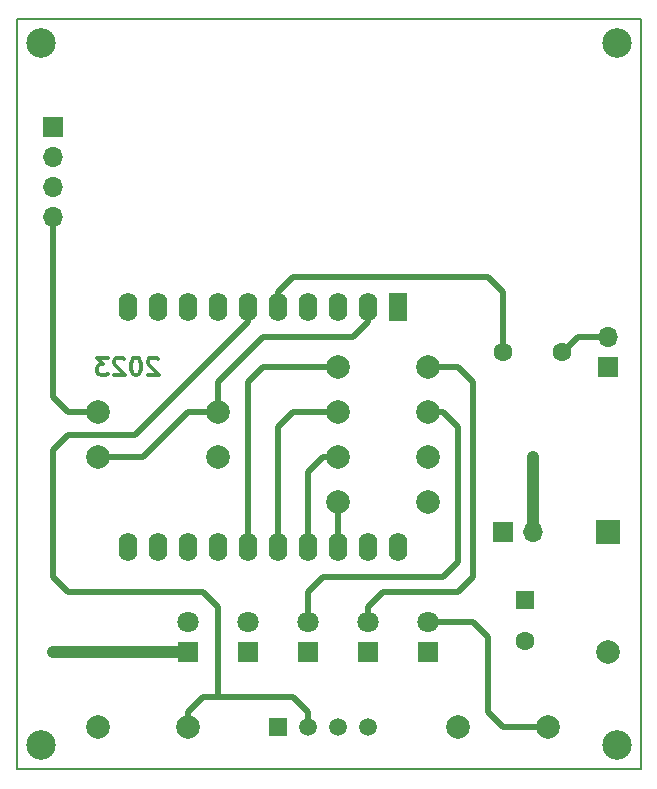
<source format=gbr>
%TF.GenerationSoftware,KiCad,Pcbnew,5.1.9+dfsg1-1+deb11u1*%
%TF.CreationDate,2023-10-13T11:59:52+02:00*%
%TF.ProjectId,mm17d,6d6d3137-642e-46b6-9963-61645f706362,231006*%
%TF.SameCoordinates,Original*%
%TF.FileFunction,Copper,L2,Bot*%
%TF.FilePolarity,Positive*%
%FSLAX46Y46*%
G04 Gerber Fmt 4.6, Leading zero omitted, Abs format (unit mm)*
G04 Created by KiCad (PCBNEW 5.1.9+dfsg1-1+deb11u1) date 2023-10-13 11:59:52*
%MOMM*%
%LPD*%
G01*
G04 APERTURE LIST*
%TA.AperFunction,NonConductor*%
%ADD10C,0.300000*%
%TD*%
%TA.AperFunction,Profile*%
%ADD11C,0.150000*%
%TD*%
%TA.AperFunction,ComponentPad*%
%ADD12R,1.700000X1.700000*%
%TD*%
%TA.AperFunction,ComponentPad*%
%ADD13O,1.700000X1.700000*%
%TD*%
%TA.AperFunction,ComponentPad*%
%ADD14O,1.600000X2.400000*%
%TD*%
%TA.AperFunction,ComponentPad*%
%ADD15R,1.600000X2.400000*%
%TD*%
%TA.AperFunction,ComponentPad*%
%ADD16C,1.998980*%
%TD*%
%TA.AperFunction,ComponentPad*%
%ADD17R,1.998980X1.998980*%
%TD*%
%TA.AperFunction,ComponentPad*%
%ADD18C,2.500000*%
%TD*%
%TA.AperFunction,ComponentPad*%
%ADD19R,1.600000X1.600000*%
%TD*%
%TA.AperFunction,ComponentPad*%
%ADD20C,1.600000*%
%TD*%
%TA.AperFunction,ComponentPad*%
%ADD21R,1.800000X1.800000*%
%TD*%
%TA.AperFunction,ComponentPad*%
%ADD22C,1.800000*%
%TD*%
%TA.AperFunction,ComponentPad*%
%ADD23R,1.500000X1.500000*%
%TD*%
%TA.AperFunction,ComponentPad*%
%ADD24C,1.500000*%
%TD*%
%TA.AperFunction,ViaPad*%
%ADD25C,0.600000*%
%TD*%
%TA.AperFunction,Conductor*%
%ADD26C,1.000000*%
%TD*%
%TA.AperFunction,Conductor*%
%ADD27C,0.500000*%
%TD*%
G04 APERTURE END LIST*
D10*
X135921428Y-95841428D02*
X135850000Y-95770000D01*
X135707142Y-95698571D01*
X135350000Y-95698571D01*
X135207142Y-95770000D01*
X135135714Y-95841428D01*
X135064285Y-95984285D01*
X135064285Y-96127142D01*
X135135714Y-96341428D01*
X135992857Y-97198571D01*
X135064285Y-97198571D01*
X134135714Y-95698571D02*
X133992857Y-95698571D01*
X133850000Y-95770000D01*
X133778571Y-95841428D01*
X133707142Y-95984285D01*
X133635714Y-96270000D01*
X133635714Y-96627142D01*
X133707142Y-96912857D01*
X133778571Y-97055714D01*
X133850000Y-97127142D01*
X133992857Y-97198571D01*
X134135714Y-97198571D01*
X134278571Y-97127142D01*
X134350000Y-97055714D01*
X134421428Y-96912857D01*
X134492857Y-96627142D01*
X134492857Y-96270000D01*
X134421428Y-95984285D01*
X134350000Y-95841428D01*
X134278571Y-95770000D01*
X134135714Y-95698571D01*
X133064285Y-95841428D02*
X132992857Y-95770000D01*
X132850000Y-95698571D01*
X132492857Y-95698571D01*
X132350000Y-95770000D01*
X132278571Y-95841428D01*
X132207142Y-95984285D01*
X132207142Y-96127142D01*
X132278571Y-96341428D01*
X133135714Y-97198571D01*
X132207142Y-97198571D01*
X131707142Y-95698571D02*
X130778571Y-95698571D01*
X131278571Y-96270000D01*
X131064285Y-96270000D01*
X130921428Y-96341428D01*
X130850000Y-96412857D01*
X130778571Y-96555714D01*
X130778571Y-96912857D01*
X130850000Y-97055714D01*
X130921428Y-97127142D01*
X131064285Y-97198571D01*
X131492857Y-97198571D01*
X131635714Y-97127142D01*
X131707142Y-97055714D01*
D11*
X123952000Y-67056000D02*
X123952000Y-130556000D01*
X176784000Y-67056000D02*
X123952000Y-67056000D01*
X176784000Y-130556000D02*
X176784000Y-67056000D01*
X123952000Y-130556000D02*
X176784000Y-130556000D01*
D12*
%TO.P,P103,1*%
%TO.N,Net-(C101-Pad1)*%
X127000000Y-76200000D03*
D13*
%TO.P,P103,2*%
%TO.N,GND*%
X127000000Y-78740000D03*
%TO.P,P103,3*%
%TO.N,Net-(P103-Pad3)*%
X127000000Y-81280000D03*
%TO.P,P103,4*%
%TO.N,Net-(P103-Pad4)*%
X127000000Y-83820000D03*
%TD*%
D14*
%TO.P,U101,20*%
%TO.N,Net-(U101-Pad20)*%
X156210000Y-111760000D03*
%TO.P,U101,10*%
%TO.N,GND*%
X133350000Y-91440000D03*
%TO.P,U101,19*%
%TO.N,Net-(U101-Pad19)*%
X153670000Y-111760000D03*
%TO.P,U101,9*%
%TO.N,Net-(U101-Pad9)*%
X135890000Y-91440000D03*
%TO.P,U101,18*%
%TO.N,Net-(R105-Pad1)*%
X151130000Y-111760000D03*
%TO.P,U101,8*%
%TO.N,Net-(C101-Pad1)*%
X138430000Y-91440000D03*
%TO.P,U101,17*%
%TO.N,Net-(R104-Pad1)*%
X148590000Y-111760000D03*
%TO.P,U101,7*%
%TO.N,Net-(U101-Pad7)*%
X140970000Y-91440000D03*
%TO.P,U101,16*%
%TO.N,Net-(R103-Pad1)*%
X146050000Y-111760000D03*
%TO.P,U101,6*%
%TO.N,Net-(R106-Pad2)*%
X143510000Y-91440000D03*
%TO.P,U101,15*%
%TO.N,Net-(R102-Pad2)*%
X143510000Y-111760000D03*
%TO.P,U101,5*%
%TO.N,Net-(C102-Pad1)*%
X146050000Y-91440000D03*
%TO.P,U101,14*%
%TO.N,Net-(U101-Pad14)*%
X140970000Y-111760000D03*
%TO.P,U101,4*%
%TO.N,Net-(U101-Pad4)*%
X148590000Y-91440000D03*
%TO.P,U101,13*%
%TO.N,Net-(R101-Pad2)*%
X138430000Y-111760000D03*
%TO.P,U101,3*%
%TO.N,Net-(U101-Pad3)*%
X151130000Y-91440000D03*
%TO.P,U101,12*%
%TO.N,Net-(U101-Pad12)*%
X135890000Y-111760000D03*
%TO.P,U101,2*%
%TO.N,Net-(R107-Pad2)*%
X153670000Y-91440000D03*
%TO.P,U101,11*%
%TO.N,Net-(U101-Pad11)*%
X133350000Y-111760000D03*
D15*
%TO.P,U101,1*%
%TO.N,Net-(U101-Pad1)*%
X156210000Y-91440000D03*
%TD*%
D16*
%TO.P,R102,1*%
%TO.N,Net-(D103-Pad2)*%
X158750000Y-96520000D03*
%TO.P,R102,2*%
%TO.N,Net-(R102-Pad2)*%
X151130000Y-96520000D03*
%TD*%
%TO.P,R103,1*%
%TO.N,Net-(R103-Pad1)*%
X151130000Y-100330000D03*
%TO.P,R103,2*%
%TO.N,Net-(D104-Pad2)*%
X158750000Y-100330000D03*
%TD*%
%TO.P,R105,1*%
%TO.N,Net-(R105-Pad1)*%
X151130000Y-107950000D03*
%TO.P,R105,2*%
%TO.N,Net-(D106-Pad2)*%
X158750000Y-107950000D03*
%TD*%
%TO.P,R104,1*%
%TO.N,Net-(R104-Pad1)*%
X151130000Y-104140000D03*
%TO.P,R104,2*%
%TO.N,Net-(D105-Pad2)*%
X158750000Y-104140000D03*
%TD*%
%TO.P,R106,1*%
%TO.N,Net-(R101-Pad2)*%
X130810000Y-127000000D03*
%TO.P,R106,2*%
%TO.N,Net-(R106-Pad2)*%
X138430000Y-127000000D03*
%TD*%
%TO.P,R107,1*%
%TO.N,Net-(P103-Pad4)*%
X130810000Y-100330000D03*
%TO.P,R107,2*%
%TO.N,Net-(R107-Pad2)*%
X140970000Y-100330000D03*
%TD*%
%TO.P,R108,1*%
%TO.N,Net-(R107-Pad2)*%
X130810000Y-104140000D03*
%TO.P,R108,2*%
%TO.N,GND*%
X140970000Y-104140000D03*
%TD*%
%TO.P,R101,1*%
%TO.N,Net-(D102-Pad2)*%
X168910000Y-127000000D03*
%TO.P,R101,2*%
%TO.N,Net-(R101-Pad2)*%
X161290000Y-127000000D03*
%TD*%
%TO.P,D101,2*%
%TO.N,GND*%
X173992540Y-120650000D03*
D17*
%TO.P,D101,1*%
%TO.N,Net-(C101-Pad1)*%
X173992540Y-110490000D03*
%TD*%
D18*
%TO.P,REF\u002A\u002A,1*%
%TO.N,N/C*%
X174752000Y-69088000D03*
%TD*%
%TO.P,REF\u002A\u002A,1*%
%TO.N,N/C*%
X125984000Y-69088000D03*
%TD*%
%TO.P,REF\u002A\u002A,1*%
%TO.N,N/C*%
X174752000Y-128524000D03*
%TD*%
%TO.P,REF\u002A\u002A,1*%
%TO.N,N/C*%
X125984000Y-128524000D03*
%TD*%
D19*
%TO.P,C101,1*%
%TO.N,Net-(C101-Pad1)*%
X167005000Y-116205000D03*
D20*
%TO.P,C101,2*%
%TO.N,GND*%
X167005000Y-119705000D03*
%TD*%
%TO.P,C102,1*%
%TO.N,Net-(C102-Pad1)*%
X165100000Y-95250000D03*
%TO.P,C102,2*%
%TO.N,Net-(C102-Pad2)*%
X170100000Y-95250000D03*
%TD*%
D21*
%TO.P,D102,1*%
%TO.N,GND*%
X158750000Y-120650000D03*
D22*
%TO.P,D102,2*%
%TO.N,Net-(D102-Pad2)*%
X158750000Y-118110000D03*
%TD*%
%TO.P,D103,2*%
%TO.N,Net-(D103-Pad2)*%
X153670000Y-118110000D03*
D21*
%TO.P,D103,1*%
%TO.N,GND*%
X153670000Y-120650000D03*
%TD*%
%TO.P,D104,1*%
%TO.N,GND*%
X148590000Y-120650000D03*
D22*
%TO.P,D104,2*%
%TO.N,Net-(D104-Pad2)*%
X148590000Y-118110000D03*
%TD*%
D21*
%TO.P,D105,1*%
%TO.N,GND*%
X143510000Y-120650000D03*
D22*
%TO.P,D105,2*%
%TO.N,Net-(D105-Pad2)*%
X143510000Y-118110000D03*
%TD*%
%TO.P,D106,2*%
%TO.N,Net-(D106-Pad2)*%
X138430000Y-118110000D03*
D21*
%TO.P,D106,1*%
%TO.N,GND*%
X138430000Y-120650000D03*
%TD*%
D12*
%TO.P,P101,1*%
%TO.N,GND*%
X165100000Y-110490000D03*
D13*
%TO.P,P101,2*%
%TO.N,Net-(C101-Pad1)*%
X167640000Y-110490000D03*
%TD*%
%TO.P,P102,2*%
%TO.N,Net-(C102-Pad2)*%
X173990000Y-93980000D03*
D12*
%TO.P,P102,1*%
%TO.N,GND*%
X173990000Y-96520000D03*
%TD*%
D23*
%TO.P,U102,1*%
%TO.N,Net-(R101-Pad2)*%
X146050000Y-127000000D03*
D24*
%TO.P,U102,2*%
%TO.N,Net-(R106-Pad2)*%
X148590000Y-127000000D03*
%TO.P,U102,3*%
%TO.N,Net-(U102-Pad3)*%
X151130000Y-127000000D03*
%TO.P,U102,4*%
%TO.N,GND*%
X153670000Y-127000000D03*
%TD*%
D25*
%TO.N,Net-(C101-Pad1)*%
X167640000Y-104140000D03*
%TO.N,GND*%
X127000000Y-120650000D03*
%TD*%
D26*
%TO.N,Net-(C101-Pad1)*%
X167640000Y-104140000D02*
X167640000Y-110490000D01*
%TO.N,GND*%
X127000000Y-120650000D02*
X138430000Y-120650000D01*
D27*
%TO.N,Net-(C102-Pad1)*%
X146050000Y-90170000D02*
X147320000Y-88900000D01*
X163830000Y-88900000D02*
X165100000Y-90170000D01*
X147320000Y-88900000D02*
X163830000Y-88900000D01*
X165100000Y-95250000D02*
X165100000Y-90170000D01*
X146050000Y-90170000D02*
X146050000Y-91440000D01*
%TO.N,Net-(C102-Pad2)*%
X170100000Y-95250000D02*
X170180000Y-95250000D01*
X170180000Y-95250000D02*
X171450000Y-93980000D01*
X171450000Y-93980000D02*
X173990000Y-93980000D01*
%TO.N,Net-(D102-Pad2)*%
X158750000Y-118110000D02*
X162560000Y-118110000D01*
X165100000Y-127000000D02*
X168910000Y-127000000D01*
X163830000Y-125730000D02*
X165100000Y-127000000D01*
X163830000Y-124460000D02*
X163830000Y-125730000D01*
X163830000Y-119380000D02*
X163830000Y-124460000D01*
X162560000Y-118110000D02*
X163830000Y-119380000D01*
%TO.N,Net-(D103-Pad2)*%
X153670000Y-118110000D02*
X153670000Y-116840000D01*
X161290000Y-96520000D02*
X158750000Y-96520000D01*
X162560000Y-97790000D02*
X161290000Y-96520000D01*
X162560000Y-114300000D02*
X162560000Y-97790000D01*
X161290000Y-115570000D02*
X162560000Y-114300000D01*
X154940000Y-115570000D02*
X161290000Y-115570000D01*
X153670000Y-116840000D02*
X154940000Y-115570000D01*
%TO.N,Net-(D104-Pad2)*%
X158750000Y-100330000D02*
X160020000Y-100330000D01*
X148590000Y-115570000D02*
X148590000Y-118110000D01*
X149860000Y-114300000D02*
X148590000Y-115570000D01*
X151130000Y-114300000D02*
X149860000Y-114300000D01*
X153670000Y-114300000D02*
X151130000Y-114300000D01*
X160020000Y-114300000D02*
X153670000Y-114300000D01*
X161290000Y-113030000D02*
X160020000Y-114300000D01*
X161290000Y-101600000D02*
X161290000Y-113030000D01*
X160020000Y-100330000D02*
X161290000Y-101600000D01*
%TO.N,Net-(R102-Pad2)*%
X144780000Y-96520000D02*
X143510000Y-97790000D01*
X143510000Y-97790000D02*
X143510000Y-111760000D01*
X151130000Y-96520000D02*
X144780000Y-96520000D01*
%TO.N,Net-(R103-Pad1)*%
X146050000Y-111760000D02*
X146050000Y-101600000D01*
X147320000Y-100330000D02*
X151130000Y-100330000D01*
X146050000Y-101600000D02*
X147320000Y-100330000D01*
%TO.N,Net-(R104-Pad1)*%
X148590000Y-111760000D02*
X148590000Y-105410000D01*
X149860000Y-104140000D02*
X151130000Y-104140000D01*
X148590000Y-105410000D02*
X149860000Y-104140000D01*
%TO.N,Net-(R105-Pad1)*%
X151130000Y-111760000D02*
X151130000Y-107950000D01*
%TO.N,Net-(R106-Pad2)*%
X129540000Y-115570000D02*
X128270000Y-115570000D01*
X127000000Y-114300000D02*
X127000000Y-113030000D01*
X128270000Y-115570000D02*
X127000000Y-114300000D01*
X140970000Y-124460000D02*
X140970000Y-116840000D01*
X139700000Y-115570000D02*
X129540000Y-115570000D01*
X140970000Y-116840000D02*
X139700000Y-115570000D01*
X143510000Y-91440000D02*
X143510000Y-92710000D01*
X143510000Y-92710000D02*
X133985000Y-102235000D01*
X133985000Y-102235000D02*
X128270000Y-102235000D01*
X128270000Y-102235000D02*
X127000000Y-103505000D01*
X127000000Y-103505000D02*
X127000000Y-113030000D01*
X138430000Y-127000000D02*
X138430000Y-125730000D01*
X148590000Y-125730000D02*
X148590000Y-127000000D01*
X147320000Y-124460000D02*
X148590000Y-125730000D01*
X139700000Y-124460000D02*
X140970000Y-124460000D01*
X140970000Y-124460000D02*
X147320000Y-124460000D01*
X138430000Y-125730000D02*
X139700000Y-124460000D01*
%TO.N,Net-(P103-Pad4)*%
X130810000Y-100330000D02*
X128270000Y-100330000D01*
X127000000Y-99060000D02*
X127000000Y-83820000D01*
X128270000Y-100330000D02*
X127000000Y-99060000D01*
%TO.N,Net-(R107-Pad2)*%
X140970000Y-100330000D02*
X138430000Y-100330000D01*
X140970000Y-100330000D02*
X140970000Y-97790000D01*
X138430000Y-100330000D02*
X134620000Y-104140000D01*
X130810000Y-104140000D02*
X134620000Y-104140000D01*
X140970000Y-97790000D02*
X144780000Y-93980000D01*
X153670000Y-92710000D02*
X153670000Y-91440000D01*
X152400000Y-93980000D02*
X153670000Y-92710000D01*
X144780000Y-93980000D02*
X152400000Y-93980000D01*
%TD*%
M02*

</source>
